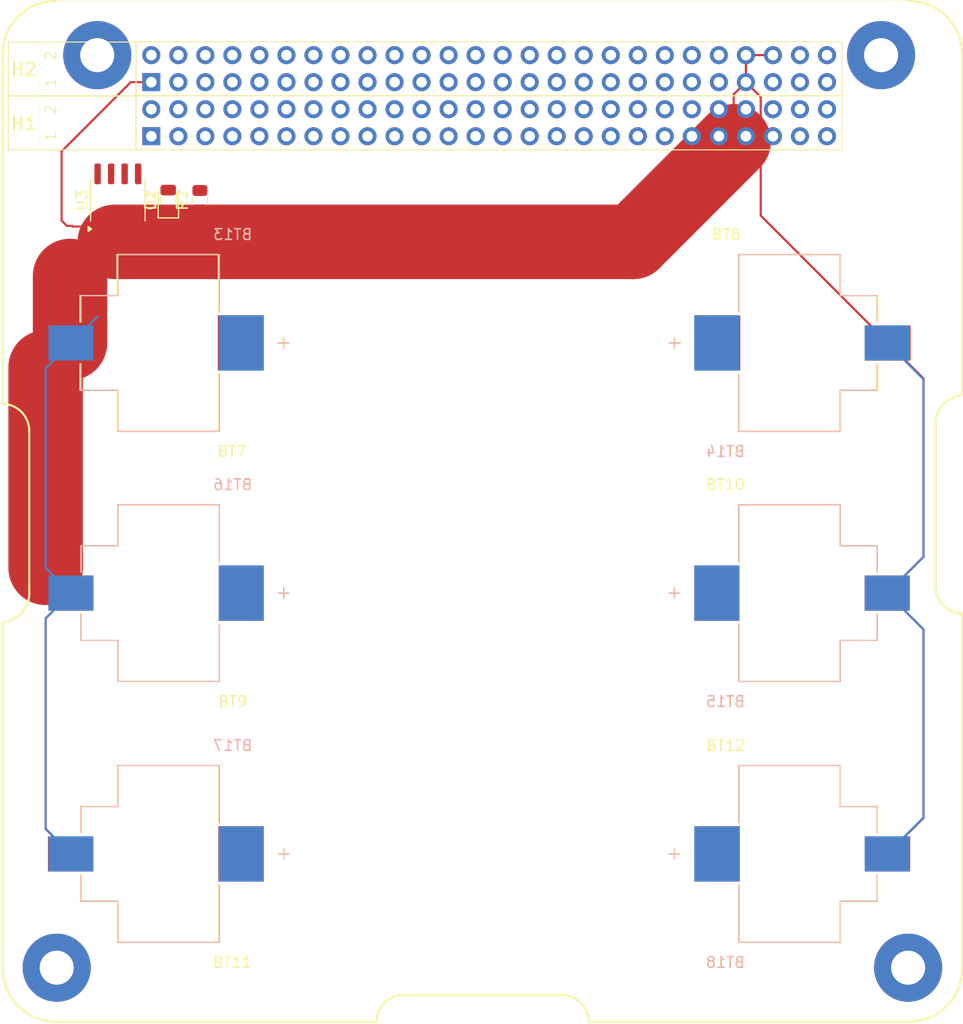
<source format=kicad_pcb>
(kicad_pcb (version 20240108) (generator "pcbnew") (generator_version "8.0")
  (layers (0 "F.Cu" signal) (31 "B.Cu" signal) (34 "B.Paste" user) (35 "F.Paste" user) (36 "B.SilkS" user "B.Silkscreen") (37 "F.SilkS" user "F.Silkscreen") (38 "B.Mask" user) (39 "F.Mask" user) (44 "Edge.Cuts" user))
  (net 0 "")
  (net 62 "/V_BATT")
  (net 86 "Net-(U3-GND)")
  (net 97 "Net-(D1-A)")
  (footprint "Battery 54:BAT_254TR" (layer "F.Cu") (at 239.122625 129.5)
    (property "Reference" "BT12" (at -7.2 -10.19 0) (layer "F.SilkS"))
    (property "Value" "54")
    (fp_line (start -12.5 0) (end -11.5 0) (stroke (width 0.127)) (layer "F.SilkS"))
    (fp_line (start -12 -0.5) (end -12 0.5) (stroke (width 0.127)) (layer "F.SilkS"))
    (fp_line (start -5.94 -8.305) (end 3.59 -8.305) (stroke (width 0.127)) (layer "F.SilkS"))
    (fp_line (start -5.94 -2.92) (end -5.94 -8.305) (stroke (width 0.127)) (layer "F.SilkS"))
    (fp_line (start -5.94 8.305) (end -5.94 2.92) (stroke (width 0.127)) (layer "F.SilkS"))
    (fp_line (start 3.59 -8.305) (end 3.59 -4.445) (stroke (width 0.127)) (layer "F.SilkS"))
    (fp_line (start 3.59 -4.445) (end 7.06 -4.445) (stroke (width 0.127)) (layer "F.SilkS"))
    (fp_line (start 3.59 4.445) (end 3.59 8.305) (stroke (width 0.127)) (layer "F.SilkS"))
    (fp_line (start 3.59 8.305) (end -5.94 8.305) (stroke (width 0.127)) (layer "F.SilkS"))
    (fp_line (start 7.06 -4.445) (end 7.06 -1.97) (stroke (width 0.127)) (layer "F.SilkS"))
    (fp_line (start 7.06 4.445) (end 3.59 4.445) (stroke (width 0.127)) (layer "F.SilkS"))
    (fp_line (start 7.06 4.445) (end 7.06 1.97) (stroke (width 0.127)) (layer "F.SilkS"))
    (pad "P1" smd rect (at -8.005 0) (size 4.24 5.2) (layers "F.Cu" "F.Paste" "F.Mask"))
    (pad "P2" smd rect (at 8.005 0) (size 4.24 3.3) (layers "F.Cu" "F.Paste" "F.Mask") (net 62 "/V_BATT"))
  )
  (footprint "PC104:PC104ConnectorFootprint (1)" (layer "F.Cu") (at 163.96175 145.269563)
    (property "Reference" "U1" (hide yes))
    (property "Value" "~" (hide yes))
    (fp_line (start 0 -58.052086) (end 0 -90.964466) (stroke (width 0.2)) (layer "F.SilkS"))
    (fp_line (start 0 -37.558018) (end 0 -5) (stroke (width 0.2)) (layer "F.SilkS"))
    (fp_line (start 2.5 -40.445) (end 2.5 -55.445) (stroke (width 0.2)) (layer "F.SilkS"))
    (fp_line (start 3.5 -92.04) (end 3.5 -86.99) (stroke (width 0.1) (type dot)) (layer "F.SilkS"))
    (fp_line (start 3.5 -86.96) (end 3.5 -81.91) (stroke (width 0.1) (type dot)) (layer "F.SilkS"))
    (fp_line (start 5 -95.89) (end 85.17 -95.89) (stroke (width 0.05)) (layer "F.SilkS"))
    (fp_line (start 35.147914 0) (end 5 0) (stroke (width 0.2)) (layer "F.SilkS"))
    (fp_line (start 52.585 -2.5) (end 37.585 -2.5) (stroke (width 0.2)) (layer "F.SilkS"))
    (fp_line (start 85.17 0) (end 55.085 0) (stroke (width 0.2)) (layer "F.SilkS"))
    (fp_line (start 87.67 -55.965104) (end 87.67 -40.965104) (stroke (width 0.2)) (layer "F.SilkS"))
    (fp_line (start 90.17 -90.89) (end 90.17 -58.852086) (stroke (width 0.2)) (layer "F.SilkS"))
    (fp_line (start 90.17 -38.358018) (end 90.17 -5) (stroke (width 0.2)) (layer "F.SilkS"))
    (fp_rect (start 0.54 -92.04) (end 12.53 -86.99) (stroke (width 0.1)) (fill none) (layer "F.SilkS"))
    (fp_rect (start 0.54 -86.96) (end 12.53 -81.91) (stroke (width 0.1)) (fill none) (layer "F.SilkS"))
    (fp_rect (start 12.53 -92.07) (end 78.87 -86.99) (stroke (width 0.1)) (fill none) (layer "F.SilkS"))
    (fp_rect (start 12.53 -86.99) (end 78.87 -81.91) (stroke (width 0.1)) (fill none) (layer "F.SilkS"))
    (fp_arc (start 0 -90.964466) (mid 1.479889 -94.462766) (end 5 -95.89) (stroke (width 0.2)) (layer "F.SilkS"))
    (fp_arc (start 0 -58.052086) (mid 1.789945 -57.26631) (end 2.5 -55.445) (stroke (width 0.2)) (layer "F.SilkS"))
    (fp_arc (start 2.5 -40.445) (mid 1.847914 -38.483742) (end 0 -37.558018) (stroke (width 0.2)) (layer "F.SilkS"))
    (fp_arc (start 5 0) (mid 1.464466 -1.464466) (end 0 -5) (stroke (width 0.2)) (layer "F.SilkS"))
    (fp_arc (start 35.147914 0) (mid 35.848689 -1.75474) (end 37.585 -2.5) (stroke (width 0.2)) (layer "F.SilkS"))
    (fp_arc (start 52.585 -2.5) (mid 54.352767 -1.767767) (end 55.085 0) (stroke (width 0.2)) (layer "F.SilkS"))
    (fp_arc (start 85.17 -95.89) (mid 88.705534 -94.425534) (end 90.17 -90.89) (stroke (width 0.2)) (layer "F.SilkS"))
    (fp_arc (start 87.67 -55.965104) (mid 88.322084 -57.926368) (end 90.17 -58.852086) (stroke (width 0.2)) (layer "F.SilkS"))
    (fp_arc (start 90.17 -38.358018) (mid 88.379902 -39.143666) (end 87.67 -40.965104) (stroke (width 0.2)) (layer "F.SilkS"))
    (fp_arc (start 90.17 -5) (mid 88.705534 -1.464466) (end 85.17 0) (stroke (width 0.2)) (layer "F.SilkS"))
    (fp_text user "2" (at 5.1 -90.22 90) (layer "F.SilkS") (effects (font (thickness 0.1)) (justify left bottom)))
    (fp_text user "2" (at 5.1 -85.14 90) (layer "F.SilkS") (effects (font (thickness 0.1)) (justify left bottom)))
    (fp_text user "H1" (at 0.65 -83.688 0) (layer "F.SilkS") (effects (font (size 1.2 1.2) (thickness 0.2) (bold yes)) (justify left bottom)))
    (fp_text user "1" (at 5.1 -82.62 90) (layer "F.SilkS") (effects (font (thickness 0.1)) (justify left bottom)))
    (fp_text user "1" (at 5.1 -87.7 90) (layer "F.SilkS") (effects (font (thickness 0.1)) (justify left bottom)))
    (fp_text user "H2" (at 0.65 -88.768 0) (layer "F.SilkS") (effects (font (size 1.2 1.2) (thickness 0.2) (bold yes)) (justify left bottom)))
    (pad "" thru_hole circle (at 5.08 -5.08 90) (size 6.4 6.4) (drill 3.2) (layers "*.Cu" "*.Mask"))
    (pad "" thru_hole circle (at 8.89 -90.81) (size 6.4 6.4) (drill 3.2) (layers "*.Cu" "*.Mask"))
    (pad "" thru_hole circle (at 82.55 -90.81) (size 6.4 6.4) (drill 3.2) (layers "*.Cu" "*.Mask"))
    (pad "" thru_hole circle (at 85.09 -5.08) (size 6.4 6.4) (drill 3.2) (layers "*.Cu" "*.Mask"))
    (pad "1" thru_hole rect (at 13.97 -83.19 90) (size 1.7 1.7) (drill 1) (layers "*.Cu" "*.Mask"))
    (pad "2" thru_hole oval (at 13.97 -85.73 90) (size 1.7 1.7) (drill 1) (layers "*.Cu" "*.Mask"))
    (pad "3" thru_hole oval (at 16.51 -83.19 90) (size 1.7 1.7) (drill 1) (layers "*.Cu" "*.Mask"))
    (pad "4" thru_hole oval (at 16.51 -85.73 90) (size 1.7 1.7) (drill 1) (layers "*.Cu" "*.Mask"))
    (pad "5" thru_hole oval (at 19.05 -83.19 90) (size 1.7 1.7) (drill 1) (layers "*.Cu" "*.Mask"))
    (pad "6" thru_hole oval (at 19.05 -85.73 90) (size 1.7 1.7) (drill 1) (layers "*.Cu" "*.Mask"))
    (pad "7" thru_hole oval (at 21.59 -83.19 90) (size 1.7 1.7) (drill 1) (layers "*.Cu" "*.Mask"))
    (pad "8" thru_hole oval (at 21.59 -85.73 90) (size 1.7 1.7) (drill 1) (layers "*.Cu" "*.Mask"))
    (pad "9" thru_hole oval (at 24.13 -83.19 90) (size 1.7 1.7) (drill 1) (layers "*.Cu" "*.Mask"))
    (pad "10" thru_hole oval (at 24.13 -85.73 90) (size 1.7 1.7) (drill 1) (layers "*.Cu" "*.Mask"))
    (pad "11" thru_hole oval (at 26.67 -83.19 90) (size 1.7 1.7) (drill 1) (layers "*.Cu" "*.Mask"))
    (pad "12" thru_hole oval (at 26.67 -85.73 90) (size 1.7 1.7) (drill 1) (layers "*.Cu" "*.Mask"))
    (pad "13" thru_hole oval (at 29.21 -83.19 90) (size 1.7 1.7) (drill 1) (layers "*.Cu" "*.Mask"))
    (pad "14" thru_hole oval (at 29.21 -85.73 90) (size 1.7 1.7) (drill 1) (layers "*.Cu" "*.Mask"))
    (pad "15" thru_hole oval (at 31.75 -83.19 90) (size 1.7 1.7) (drill 1) (layers "*.Cu" "*.Mask"))
    (pad "16" thru_hole oval (at 31.75 -85.73 90) (size 1.7 1.7) (drill 1) (layers "*.Cu" "*.Mask"))
    (pad "17" thru_hole oval (at 34.29 -83.19 90) (size 1.7 1.7) (drill 1) (layers "*.Cu" "*.Mask"))
    (pad "18" thru_hole oval (at 34.29 -85.73 90) (size 1.7 1.7) (drill 1) (layers "*.Cu" "*.Mask"))
    (pad "19" thru_hole oval (at 36.83 -83.19 90) (size 1.7 1.7) (drill 1) (layers "*.Cu" "*.Mask"))
    (pad "20" thru_hole oval (at 36.83 -85.73 90) (size 1.7 1.7) (drill 1) (layers "*.Cu" "*.Mask"))
    (pad "21" thru_hole oval (at 39.37 -83.19 90) (size 1.7 1.7) (drill 1) (layers "*.Cu" "*.Mask"))
    (pad "22" thru_hole oval (at 39.37 -85.73 90) (size 1.7 1.7) (drill 1) (layers "*.Cu" "*.Mask"))
    (pad "23" thru_hole oval (at 41.91 -83.19 90) (size 1.7 1.7) (drill 1) (layers "*.Cu" "*.Mask"))
    (pad "24" thru_hole oval (at 41.91 -85.73 90) (size 1.7 1.7) (drill 1) (layers "*.Cu" "*.Mask"))
    (pad "25" thru_hole oval (at 44.45 -83.19 90) (size 1.7 1.7) (drill 1) (layers "*.Cu" "*.Mask"))
    (pad "26" thru_hole oval (at 44.45 -85.73 90) (size 1.7 1.7) (drill 1) (layers "*.Cu" "*.Mask"))
    (pad "27" thru_hole oval (at 46.99 -83.19 90) (size 1.7 1.7) (drill 1) (layers "*.Cu" "*.Mask"))
    (pad "28" thru_hole oval (at 46.99 -85.73 90) (size 1.7 1.7) (drill 1) (layers "*.Cu" "*.Mask"))
    (pad "29" thru_hole oval (at 49.53 -83.19 90) (size 1.7 1.7) (drill 1) (layers "*.Cu" "*.Mask"))
    (pad "30" thru_hole oval (at 49.53 -85.73 90) (size 1.7 1.7) (drill 1) (layers "*.Cu" "*.Mask"))
    (pad "31" thru_hole oval (at 52.07 -83.19 90) (size 1.7 1.7) (drill 1) (layers "*.Cu" "*.Mask"))
    (pad "32" thru_hole oval (at 52.07 -85.73 90) (size 1.7 1.7) (drill 1) (layers "*.Cu" "*.Mask"))
    (pad "33" thru_hole oval (at 54.61 -83.19 90) (size 1.7 1.7) (drill 1) (layers "*.Cu" "*.Mask"))
    (pad "34" thru_hole oval (at 54.61 -85.73 90) (size 1.7 1.7) (drill 1) (layers "*.Cu" "*.Mask"))
    (pad "35" thru_hole oval (at 57.15 -83.19 90) (size 1.7 1.7) (drill 1) (layers "*.Cu" "*.Mask"))
    (pad "36" thru_hole oval (at 57.15 -85.73 90) (size 1.7 1.7) (drill 1) (layers "*.Cu" "*.Mask"))
    (pad "37" thru_hole oval (at 59.69 -83.19 90) (size 1.7 1.7) (drill 1) (layers "*.Cu" "*.Mask"))
    (pad "38" thru_hole oval (at 59.69 -85.73 90) (size 1.7 1.7) (drill 1) (layers "*.Cu" "*.Mask"))
    (pad "39" thru_hole oval (at 62.23 -83.19 90) (size 1.7 1.7) (drill 1) (layers "*.Cu" "*.Mask"))
    (pad "40" thru_hole oval (at 62.23 -85.73 90) (size 1.7 1.7) (drill 1) (layers "*.Cu" "*.Mask"))
    (pad "41" thru_hole oval (at 64.77 -83.19 90) (size 1.7 1.7) (drill 1) (layers "*.Cu" "*.Mask") (net 62 "/V_BATT"))
    (pad "42" thru_hole oval (at 64.77 -85.73 90) (size 1.7 1.7) (drill 1) (layers "*.Cu" "*.Mask"))
    (pad "43" thru_hole oval (at 67.31 -83.19 90) (size 1.7 1.7) (drill 1) (layers "*.Cu" "*.Mask") (net 62 "/V_BATT"))
    (pad "44" thru_hole oval (at 67.31 -85.73 90) (size 1.7 1.7) (drill 1) (layers "*.Cu" "*.Mask") (net 62 "/V_BATT"))
    (pad "45" thru_hole oval (at 69.85 -83.19 90) (size 1.7 1.7) (drill 1) (layers "*.Cu" "*.Mask") (net 62 "/V_BATT"))
    (pad "46" thru_hole oval (at 69.85 -85.73 90) (size 1.7 1.7) (drill 1) (layers "*.Cu" "*.Mask") (net 62 "/V_BATT"))
    (pad "47" thru_hole oval (at 72.39 -83.19 90) (size 1.7 1.7) (drill 1) (layers "*.Cu" "*.Mask") (net 62 "/V_BATT"))
    (pad "48" thru_hole oval (at 72.39 -85.73 90) (size 1.7 1.7) (drill 1) (layers "*.Cu" "*.Mask"))
    (pad "49" thru_hole oval (at 74.93 -83.19 90) (size 1.7 1.7) (drill 1) (layers "*.Cu" "*.Mask"))
    (pad "50" thru_hole oval (at 74.93 -85.73 90) (size 1.7 1.7) (drill 1) (layers "*.Cu" "*.Mask"))
    (pad "51" thru_hole oval (at 77.47 -83.19 90) (size 1.7 1.7) (drill 1) (layers "*.Cu" "*.Mask"))
    (pad "52" thru_hole oval (at 77.47 -85.73 90) (size 1.7 1.7) (drill 1) (layers "*.Cu" "*.Mask"))
    (pad "53" thru_hole rect (at 13.97 -88.27 90) (size 1.7 1.7) (drill 1) (layers "*.Cu" "*.Mask") (net 62 "/V_BATT"))
    (pad "54" thru_hole oval (at 13.97 -90.81 90) (size 1.7 1.7) (drill 1) (layers "*.Cu" "*.Mask"))
    (pad "55" thru_hole oval (at 16.51 -88.27 90) (size 1.7 1.7) (drill 1) (layers "*.Cu" "*.Mask"))
    (pad "56" thru_hole oval (at 16.51 -90.81 90) (size 1.7 1.7) (drill 1) (layers "*.Cu" "*.Mask"))
    (pad "57" thru_hole oval (at 19.05 -88.27 90) (size 1.7 1.7) (drill 1) (layers "*.Cu" "*.Mask"))
    (pad "58" thru_hole oval (at 19.05 -90.81 90) (size 1.7 1.7) (drill 1) (layers "*.Cu" "*.Mask"))
    (pad "59" thru_hole oval (at 21.59 -88.27 90) (size 1.7 1.7) (drill 1) (layers "*.Cu" "*.Mask"))
    (pad "60" thru_hole oval (at 21.59 -90.81 90) (size 1.7 1.7) (drill 1) (layers "*.Cu" "*.Mask"))
    (pad "61" thru_hole oval (at 24.13 -88.27 90) (size 1.7 1.7) (drill 1) (layers "*.Cu" "*.Mask"))
    (pad "62" thru_hole oval (at 24.13 -90.81 90) (size 1.7 1.7) (drill 1) (layers "*.Cu" "*.Mask"))
    (pad "63" thru_hole oval (at 26.67 -88.27 90) (size 1.7 1.7) (drill 1) (layers "*.Cu" "*.Mask"))
    (pad "64" thru_hole oval (at 26.67 -90.81 90) (size 1.7 1.7) (drill 1) (layers "*.Cu" "*.Mask"))
    (pad "65" thru_hole oval (at 29.21 -88.27 90) (size 1.7 1.7) (drill 1) (layers "*.Cu" "*.Mask"))
    (pad "66" thru_hole oval (at 29.21 -90.81 90) (size 1.7 1.7) (drill 1) (layers "*.Cu" "*.Mask"))
    (pad "67" thru_hole oval (at 31.75 -88.27 90) (size 1.7 1.7) (drill 1) (layers "*.Cu" "*.Mask"))
    (pad "68" thru_hole oval (at 31.75 -90.81 90) (size 1.7 1.7) (drill 1) (layers "*.Cu" "*.Mask"))
    (pad "69" thru_hole oval (at 34.29 -88.27 90) (size 1.7 1.7) (drill 1) (layers "*.Cu" "*.Mask"))
    (pad "70" thru_hole oval (at 34.29 -90.81 90) (size 1.7 1.7) (drill 1) (layers "*.Cu" "*.Mask"))
    (pad "71" thru_hole oval (at 36.83 -88.27 90) (size 1.7 1.7) (drill 1) (layers "*.Cu" "*.Mask"))
    (pad "72" thru_hole oval (at 36.83 -90.81 90) (size 1.7 1.7) (drill 1) (layers "*.Cu" "*.Mask"))
    (pad "73" thru_hole oval (at 39.37 -88.27 90) (size 1.7 1.7) (drill 1) (layers "*.Cu" "*.Mask"))
    (pad "74" thru_hole oval (at 39.37 -90.81 90) (size 1.7 1.7) (drill 1) (layers "*.Cu" "*.Mask"))
    (pad "75" thru_hole oval (at 41.91 -88.27 90) (size 1.7 1.7) (drill 1) (layers "*.Cu" "*.Mask"))
    (pad "76" thru_hole oval (at 41.91 -90.81 90) (size 1.7 1.7) (drill 1) (layers "*.Cu" "*.Mask"))
    (pad "77" thru_hole oval (at 44.45 -88.27 90) (size 1.7 1.7) (drill 1) (layers "*.Cu" "*.Mask"))
    (pad "78" thru_hole oval (at 44.45 -90.81 90) (size 1.7 1.7) (drill 1) (layers "*.Cu" "*.Mask"))
    (pad "79" thru_hole oval (at 46.99 -88.27 90) (size 1.7 1.7) (drill 1) (layers "*.Cu" "*.Mask"))
    (pad "80" thru_hole oval (at 46.99 -90.81 90) (size 1.7 1.7) (drill 1) (layers "*.Cu" "*.Mask"))
    (pad "81" thru_hole oval (at 49.53 -88.27 90) (size 1.7 1.7) (drill 1) (layers "*.Cu" "*.Mask"))
    (pad "82" thru_hole oval (at 49.53 -90.81 90) (size 1.7 1.7) (drill 1) (layers "*.Cu" "*.Mask"))
    (pad "83" thru_hole oval (at 52.07 -88.27 90) (size 1.7 1.7) (drill 1) (layers "*.Cu" "*.Mask"))
    (pad "84" thru_hole oval (at 52.07 -90.81 90) (size 1.7 1.7) (drill 1) (layers "*.Cu" "*.Mask"))
    (pad "85" thru_hole oval (at 54.61 -88.27 90) (size 1.7 1.7) (drill 1) (layers "*.Cu" "*.Mask"))
    (pad "86" thru_hole oval (at 54.61 -90.81 90) (size 1.7 1.7) (drill 1) (layers "*.Cu" "*.Mask"))
    (pad "87" thru_hole oval (at 57.15 -88.27 90) (size 1.7 1.7) (drill 1) (layers "*.Cu" "*.Mask"))
    (pad "88" thru_hole oval (at 57.15 -90.81 90) (size 1.7 1.7) (drill 1) (layers "*.Cu" "*.Mask"))
    (pad "89" thru_hole oval (at 59.69 -88.27 90) (size 1.7 1.7) (drill 1) (layers "*.Cu" "*.Mask"))
    (pad "90" thru_hole oval (at 59.69 -90.81 90) (size 1.7 1.7) (drill 1) (layers "*.Cu" "*.Mask"))
    (pad "91" thru_hole oval (at 62.23 -88.27 90) (size 1.7 1.7) (drill 1) (layers "*.Cu" "*.Mask"))
    (pad "92" thru_hole oval (at 62.23 -90.81 90) (size 1.7 1.7) (drill 1) (layers "*.Cu" "*.Mask"))
    (pad "93" thru_hole oval (at 64.77 -88.27 90) (size 1.7 1.7) (drill 1) (layers "*.Cu" "*.Mask"))
    (pad "94" thru_hole oval (at 64.77 -90.81 90) (size 1.7 1.7) (drill 1) (layers "*.Cu" "*.Mask"))
    (pad "95" thru_hole oval (at 67.31 -88.27 90) (size 1.7 1.7) (drill 1) (layers "*.Cu" "*.Mask"))
    (pad "96" thru_hole oval (at 67.31 -90.81 90) (size 1.7 1.7) (drill 1) (layers "*.Cu" "*.Mask"))
    (pad "97" thru_hole oval (at 69.85 -88.27 90) (size 1.7 1.7) (drill 1) (layers "*.Cu" "*.Mask") (net 62 "/V_BATT"))
    (pad "98" thru_hole oval (at 69.85 -90.81 90) (size 1.7 1.7) (drill 1) (layers "*.Cu" "*.Mask") (net 62 "/V_BATT"))
    (pad "99" thru_hole oval (at 72.39 -88.27 90) (size 1.7 1.7) (drill 1) (layers "*.Cu" "*.Mask"))
    (pad "100" thru_hole oval (at 72.39 -90.81 90) (size 1.7 1.7) (drill 1) (layers "*.Cu" "*.Mask") (net 62 "/V_BATT"))
    (pad "101" thru_hole oval (at 74.93 -88.27 90) (size 1.7 1.7) (drill 1) (layers "*.Cu" "*.Mask"))
    (pad "102" thru_hole oval (at 74.93 -90.81 90) (size 1.7 1.7) (drill 1) (layers "*.Cu" "*.Mask"))
    (pad "103" thru_hole oval (at 77.47 -88.27 90) (size 1.7 1.7) (drill 1) (layers "*.Cu" "*.Mask"))
    (pad "104" thru_hole oval (at 77.47 -90.81 90) (size 1.7 1.7) (drill 1) (layers "*.Cu" "*.Mask"))
  )
  (footprint "LED_SMD:LED_0805_2012Metric" (layer "F.Cu") (at 179.535 68.0675 90)
    (property "Reference" "D1" (at 0 -1.65 90) (layer "F.SilkS"))
    (property "Value" "TEMP_PWR")
    (fp_line (start 1 -0.96) (end -1.685 -0.96) (stroke (width 0.12)) (layer "F.SilkS"))
    (fp_line (start -1.685 -0.96) (end -1.685 0.96) (stroke (width 0.12)) (layer "F.SilkS"))
    (fp_line (start -1.685 0.96) (end 1 0.96) (stroke (width 0.12)) (layer "F.SilkS"))
    (pad "1" smd roundrect (at -0.9375 0 90) (size 0.975 1.4) (layers "F.Cu" "F.Paste" "F.Mask") (net 62 "/V_BATT"))
    (pad "2" smd roundrect (at 0.9375 0 90) (size 0.975 1.4) (layers "F.Cu" "F.Paste" "F.Mask") (net 97 "Net-(D1-A)"))
  )
  (footprint "Resistor_SMD:R_0805_2012Metric" (layer "F.Cu") (at 182.5 68.0875 90)
    (property "Reference" "R2" (at 0 -1.65 90) (layer "F.SilkS"))
    (property "Value" "15")
    (fp_line (start -0.227064 -0.735) (end 0.227064 -0.735) (stroke (width 0.12)) (layer "F.SilkS"))
    (fp_line (start -0.227064 0.735) (end 0.227064 0.735) (stroke (width 0.12)) (layer "F.SilkS"))
    (pad "1" smd roundrect (at -0.9125 0 90) (size 1.025 1.4) (layers "F.Cu" "F.Paste" "F.Mask") (roundrect_rratio 0.243902) (net 62 "/V_BATT"))
    (pad "2" smd roundrect (at 0.9125 0 90) (size 1.025 1.4) (layers "F.Cu" "F.Paste" "F.Mask") (roundrect_rratio 0.243902) (net 86 "Net-(U3-GND)"))
  )
  (footprint "Battery 54:BAT_254TR" (layer "F.Cu") (at 178.38175 105 180)
    (property "Reference" "BT9" (at -7.2 -10.19 0) (layer "F.SilkS"))
    (property "Value" "54")
    (fp_line (start 7.06 4.445) (end 7.06 1.97) (stroke (width 0.127)) (layer "F.SilkS"))
    (fp_line (start 7.06 4.445) (end 3.59 4.445) (stroke (width 0.127)) (layer "F.SilkS"))
    (fp_line (start 7.06 -4.445) (end 7.06 -1.97) (stroke (width 0.127)) (layer "F.SilkS"))
    (fp_line (start 3.59 8.305) (end -5.94 8.305) (stroke (width 0.127)) (layer "F.SilkS"))
    (fp_line (start 3.59 4.445) (end 3.59 8.305) (stroke (width 0.127)) (layer "F.SilkS"))
    (fp_line (start 3.59 -4.445) (end 7.06 -4.445) (stroke (width 0.127)) (layer "F.SilkS"))
    (fp_line (start 3.59 -8.305) (end 3.59 -4.445) (stroke (width 0.127)) (layer "F.SilkS"))
    (fp_line (start -5.94 8.305) (end -5.94 2.92) (stroke (width 0.127)) (layer "F.SilkS"))
    (fp_line (start -5.94 -2.92) (end -5.94 -8.305) (stroke (width 0.127)) (layer "F.SilkS"))
    (fp_line (start -5.94 -8.305) (end 3.59 -8.305) (stroke (width 0.127)) (layer "F.SilkS"))
    (fp_line (start -12 -0.5) (end -12 0.5) (stroke (width 0.127)) (layer "F.SilkS"))
    (fp_line (start -12.5 0) (end -11.5 0) (stroke (width 0.127)) (layer "F.SilkS"))
    (pad "P1" smd rect (at -8.005 0 180) (size 4.24 5.2) (layers "F.Cu" "F.Paste" "F.Mask"))
    (pad "P2" smd rect (at 8.005 0 180) (size 4.24 3.3) (layers "F.Cu" "F.Paste" "F.Mask") (net 62 "/V_BATT"))
  )
  (footprint "Package_SO:SOIC-8_3.9x4.9mm_P1.27mm" (layer "F.Cu") (at 174.79 68.0875 90)
    (property "Reference" "U3" (at 0 -3.4 90) (layer "F.SilkS"))
    (property "Value" "TMP36xS")
    (fp_line (start 0 -2.56) (end 1.95 -2.56) (stroke (width 0.12)) (layer "F.SilkS"))
    (fp_line (start 0 -2.56) (end -1.95 -2.56) (stroke (width 0.12)) (layer "F.SilkS"))
    (fp_line (start 0 2.56) (end 1.95 2.56) (stroke (width 0.12)) (layer "F.SilkS"))
    (fp_line (start 0 2.56) (end -1.95 2.56) (stroke (width 0.12)) (layer "F.SilkS"))
    (fp_poly (pts (xy -2.7 -2.465) (xy -2.94 -2.795) (xy -2.46 -2.795) (xy -2.7 -2.465)) (stroke (width 0.12)) (fill solid) (layer "F.SilkS"))
    (pad "1" smd roundrect (at -2.475 -1.905 90) (size 1.95 0.6) (layers "F.Cu" "F.Paste" "F.Mask") (net 62 "/V_BATT"))
    (pad "2" smd roundrect (at -2.475 -0.635 90) (size 1.95 0.6) (layers "F.Cu" "F.Paste" "F.Mask") (net 62 "/V_BATT"))
    (pad "3" smd roundrect (at -2.475 0.635 90) (size 1.95 0.6) (layers "F.Cu" "F.Paste" "F.Mask") (net 62 "/V_BATT"))
    (pad "4" smd roundrect (at -2.475 1.905 90) (size 1.95 0.6) (layers "F.Cu" "F.Paste" "F.Mask") (net 62 "/V_BATT"))
    (pad "5" smd roundrect (at 2.475 1.905 90) (size 1.95 0.6) (layers "F.Cu" "F.Paste" "F.Mask") (net 97 "Net-(D1-A)"))
    (pad "6" smd roundrect (at 2.475 0.635 90) (size 1.95 0.6) (layers "F.Cu" "F.Paste" "F.Mask"))
    (pad "7" smd roundrect (at 2.475 -0.635 90) (size 1.95 0.6) (layers "F.Cu" "F.Paste" "F.Mask"))
    (pad "8" smd roundrect (at 2.475 -1.905 90) (size 1.95 0.6) (layers "F.Cu" "F.Paste" "F.Mask") (net 97 "Net-(D1-A)"))
  )
  (footprint "Battery 54:BAT_254TR" (layer "F.Cu") (at 239.08175 105)
    (property "Reference" "BT10" (at -7.2 -10.19 0) (layer "F.SilkS"))
    (property "Value" "54")
    (fp_line (start -12.5 0) (end -11.5 0) (stroke (width 0.127)) (layer "F.SilkS"))
    (fp_line (start -12 -0.5) (end -12 0.5) (stroke (width 0.127)) (layer "F.SilkS"))
    (fp_line (start -5.94 -8.305) (end 3.59 -8.305) (stroke (width 0.127)) (layer "F.SilkS"))
    (fp_line (start -5.94 -2.92) (end -5.94 -8.305) (stroke (width 0.127)) (layer "F.SilkS"))
    (fp_line (start -5.94 8.305) (end -5.94 2.92) (stroke (width 0.127)) (layer "F.SilkS"))
    (fp_line (start 3.59 -8.305) (end 3.59 -4.445) (stroke (width 0.127)) (layer "F.SilkS"))
    (fp_line (start 3.59 -4.445) (end 7.06 -4.445) (stroke (width 0.127)) (layer "F.SilkS"))
    (fp_line (start 3.59 4.445) (end 3.59 8.305) (stroke (width 0.127)) (layer "F.SilkS"))
    (fp_line (start 3.59 8.305) (end -5.94 8.305) (stroke (width 0.127)) (layer "F.SilkS"))
    (fp_line (start 7.06 -4.445) (end 7.06 -1.97) (stroke (width 0.127)) (layer "F.SilkS"))
    (fp_line (start 7.06 4.445) (end 3.59 4.445) (stroke (width 0.127)) (layer "F.SilkS"))
    (fp_line (start 7.06 4.445) (end 7.06 1.97) (stroke (width 0.127)) (layer "F.SilkS"))
    (pad "P1" smd rect (at -8.005 0) (size 4.24 5.2) (layers "F.Cu" "F.Paste" "F.Mask"))
    (pad "P2" smd rect (at 8.005 0) (size 4.24 3.3) (layers "F.Cu" "F.Paste" "F.Mask") (net 62 "/V_BATT"))
  )
  (footprint "Capacitor_SMD:C_0805_2012Metric" (layer "F.Cu") (at 179.52 68.0875 90)
    (property "Reference" "C2" (at 0 -1.68 90) (layer "F.SilkS"))
    (property "Value" "0.1µF")
    (fp_line (start -0.261252 -0.735) (end 0.261252 -0.735) (stroke (width 0.12)) (layer "F.SilkS"))
    (fp_line (start -0.261252 0.735) (end 0.261252 0.735) (stroke (width 0.12)) (layer "F.SilkS"))
    (pad "1" smd roundrect (at -0.95 0 90) (size 1 1.45) (layers "F.Cu" "F.Paste" "F.Mask") (net 62 "/V_BATT"))
    (pad "2" smd roundrect (at 0.95 0 90) (size 1 1.45) (layers "F.Cu" "F.Paste" "F.Mask") (net 86 "Net-(U3-GND)"))
  )
  (footprint "Battery 54:BAT_254TR" (layer "F.Cu") (at 178.3 81.5 180)
    (property "Reference" "BT7" (at -7.2 -10.19 180) (layer "F.SilkS"))
    (property "Value" "54")
    (fp_line (start 7.06 4.445) (end 7.06 1.97) (stroke (width 0.127)) (layer "F.SilkS"))
    (fp_line (start 7.06 4.445) (end 3.59 4.445) (stroke (width 0.127)) (layer "F.SilkS"))
    (fp_line (start 7.06 -4.445) (end 7.06 -1.97) (stroke (width 0.127)) (layer "F.SilkS"))
    (fp_line (start 3.59 8.305) (end -5.94 8.305) (stroke (width 0.127)) (layer "F.SilkS"))
    (fp_line (start 3.59 4.445) (end 3.59 8.305) (stroke (width 0.127)) (layer "F.SilkS"))
    (fp_line (start 3.59 -4.445) (end 7.06 -4.445) (stroke (width 0.127)) (layer "F.SilkS"))
    (fp_line (start 3.59 -8.305) (end 3.59 -4.445) (stroke (width 0.127)) (layer "F.SilkS"))
    (fp_line (start -5.94 8.305) (end -5.94 2.92) (stroke (width 0.127)) (layer "F.SilkS"))
    (fp_line (start -5.94 -2.92) (end -5.94 -8.305) (stroke (width 0.127)) (layer "F.SilkS"))
    (fp_line (start -5.94 -8.305) (end 3.59 -8.305) (stroke (width 0.127)) (layer "F.SilkS"))
    (fp_line (start -12 -0.5) (end -12 0.5) (stroke (width 0.127)) (layer "F.SilkS"))
    (fp_line (start -12.5 0) (end -11.5 0) (stroke (width 0.127)) (layer "F.SilkS"))
    (pad "P1" smd rect (at -8.005 0 180) (size 4.24 5.2) (layers "F.Cu" "F.Paste" "F.Mask"))
    (pad "P2" smd rect (at 8.005 0 180) (size 4.24 3.3) (layers "F.Cu" "F.Paste" "F.Mask") (net 62 "/V_BATT"))
  )
  (footprint "Battery 54:BAT_254TR" (layer "F.Cu") (at 178.340875 129.5 180)
    (property "Reference" "BT11" (at -7.2 -10.19 0) (layer "F.SilkS"))
    (property "Value" "54")
    (fp_line (start 7.06 4.445) (end 7.06 1.97) (stroke (width 0.127)) (layer "F.SilkS"))
    (fp_line (start 7.06 4.445) (end 3.59 4.445) (stroke (width 0.127)) (layer "F.SilkS"))
    (fp_line (start 7.06 -4.445) (end 7.06 -1.97) (stroke (width 0.127)) (layer "F.SilkS"))
    (fp_line (start 3.59 8.305) (end -5.94 8.305) (stroke (width 0.127)) (layer "F.SilkS"))
    (fp_line (start 3.59 4.445) (end 3.59 8.305) (stroke (width 0.127)) (layer "F.SilkS"))
    (fp_line (start 3.59 -4.445) (end 7.06 -4.445) (stroke (width 0.127)) (layer "F.SilkS"))
    (fp_line (start 3.59 -8.305) (end 3.59 -4.445) (stroke (width 0.127)) (layer "F.SilkS"))
    (fp_line (start -5.94 8.305) (end -5.94 2.92) (stroke (width 0.127)) (layer "F.SilkS"))
    (fp_line (start -5.94 -2.92) (end -5.94 -8.305) (stroke (width 0.127)) (layer "F.SilkS"))
    (fp_line (start -5.94 -8.305) (end 3.59 -8.305) (stroke (width 0.127)) (layer "F.SilkS"))
    (fp_line (start -12 -0.5) (end -12 0.5) (stroke (width 0.127)) (layer "F.SilkS"))
    (fp_line (start -12.5 0) (end -11.5 0) (stroke (width 0.127)) (layer "F.SilkS"))
    (pad "P1" smd rect (at -8.005 0 180) (size 4.24 5.2) (layers "F.Cu" "F.Paste" "F.Mask"))
    (pad "P2" smd rect (at 8.005 0 180) (size 4.24 3.3) (layers "F.Cu" "F.Paste" "F.Mask") (net 62 "/V_BATT"))
  )
  (footprint "Battery 54:BAT_254TR" (layer "F.Cu") (at 239.1635 81.5)
    (property "Reference" "BT8" (at -7.2 -10.19 0) (layer "F.SilkS"))
    (property "Value" "54")
    (fp_line (start -12.5 0) (end -11.5 0) (stroke (width 0.127)) (layer "F.SilkS"))
    (fp_line (start -12 -0.5) (end -12 0.5) (stroke (width 0.127)) (layer "F.SilkS"))
    (fp_line (start -5.94 -8.305) (end 3.59 -8.305) (stroke (width 0.127)) (layer "F.SilkS"))
    (fp_line (start -5.94 -2.92) (end -5.94 -8.305) (stroke (width 0.127)) (layer "F.SilkS"))
    (fp_line (start -5.94 8.305) (end -5.94 2.92) (stroke (width 0.127)) (layer "F.SilkS"))
    (fp_line (start 3.59 -8.305) (end 3.59 -4.445) (stroke (width 0.127)) (layer "F.SilkS"))
    (fp_line (start 3.59 -4.445) (end 7.06 -4.445) (stroke (width 0.127)) (layer "F.SilkS"))
    (fp_line (start 3.59 4.445) (end 3.59 8.305) (stroke (width 0.127)) (layer "F.SilkS"))
    (fp_line (start 3.59 8.305) (end -5.94 8.305) (stroke (width 0.127)) (layer "F.SilkS"))
    (fp_line (start 7.06 -4.445) (end 7.06 -1.97) (stroke (width 0.127)) (layer "F.SilkS"))
    (fp_line (start 7.06 4.445) (end 3.59 4.445) (stroke (width 0.127)) (layer "F.SilkS"))
    (fp_line (start 7.06 4.445) (end 7.06 1.97) (stroke (width 0.127)) (layer "F.SilkS"))
    (pad "P1" smd rect (at -8.005 0) (size 4.24 5.2) (layers "F.Cu" "F.Paste" "F.Mask"))
    (pad "P2" smd rect (at 8.005 0) (size 4.24 3.3) (layers "F.Cu" "F.Paste" "F.Mask") (net 62 "/V_BATT"))
  )
  (footprint "Battery 54:BAT_254TR" (layer "B.Cu") (at 239.07925 81.5)
    (property "Reference" "BT14" (at -7.2 10.19 0) (layer "B.SilkS") (effects (justify mirror)))
    (property "Value" "54")
    (fp_line (start -12 -0.5) (end -12 0.5) (stroke (width 0.127)) (layer "B.SilkS"))
    (fp_line (start -11.5 0) (end -12.5 0) (stroke (width 0.127)) (layer "B.SilkS"))
    (fp_line (start -5.94 -8.305) (end 3.59 -8.305) (stroke (width 0.127)) (layer "B.SilkS"))
    (fp_line (start -5.94 -2.92) (end -5.94 -8.305) (stroke (width 0.127)) (layer "B.SilkS"))
    (fp_line (start -5.94 8.305) (end -5.94 2.92) (stroke (width 0.127)) (layer "B.SilkS"))
    (fp_line (start 3.59 -8.305) (end 3.59 -4.445) (stroke (width 0.127)) (layer "B.SilkS"))
    (fp_line (start 3.59 -4.445) (end 7.06 -4.445) (stroke (width 0.127)) (layer "B.SilkS"))
    (fp_line (start 3.59 4.445) (end 3.59 8.305) (stroke (width 0.127)) (layer "B.SilkS"))
    (fp_line (start 3.59 8.305) (end -5.94 8.305) (stroke (width 0.127)) (layer "B.SilkS"))
    (fp_line (start 7.06 -1.97) (end 7.06 -4.445) (stroke (width 0.127)) (layer "B.SilkS"))
    (fp_line (start 7.06 1.97) (end 7.06 4.445) (stroke (width 0.127)) (layer "B.SilkS"))
    (fp_line (start 7.06 4.445) (end 3.59 4.445) (stroke (width 0.127)) (layer "B.SilkS"))
    (pad "P1" smd rect (at -8.005 0) (size 4.24 5.2) (layers "B.Cu" "B.Paste" "B.Mask"))
    (pad "P2" smd rect (at 8.005 0) (size 4.24 3.3) (layers "B.Cu" "B.Paste" "B.Mask"))
  )
  (footprint "Battery 54:BAT_254TR" (layer "B.Cu") (at 239.08425 105)
    (property "Reference" "BT15" (at -7.2 10.19 0) (layer "B.SilkS") (effects (justify mirror)))
    (property "Value" "54")
    (fp_line (start -12 -0.5) (end -12 0.5) (stroke (width 0.127)) (layer "B.SilkS"))
    (fp_line (start -11.5 0) (end -12.5 0) (stroke (width 0.127)) (layer "B.SilkS"))
    (fp_line (start -5.94 -8.305) (end 3.59 -8.305) (stroke (width 0.127)) (layer "B.SilkS"))
    (fp_line (start -5.94 -2.92) (end -5.94 -8.305) (stroke (width 0.127)) (layer "B.SilkS"))
    (fp_line (start -5.94 8.305) (end -5.94 2.92) (stroke (width 0.127)) (layer "B.SilkS"))
    (fp_line (start 3.59 -8.305) (end 3.59 -4.445) (stroke (width 0.127)) (layer "B.SilkS"))
    (fp_line (start 3.59 -4.445) (end 7.06 -4.445) (stroke (width 0.127)) (layer "B.SilkS"))
    (fp_line (start 3.59 4.445) (end 3.59 8.305) (stroke (width 0.127)) (layer "B.SilkS"))
    (fp_line (start 3.59 8.305) (end -5.94 8.305) (stroke (width 0.127)) (layer "B.SilkS"))
    (fp_line (start 7.06 -1.97) (end 7.06 -4.445) (stroke (width 0.127)) (layer "B.SilkS"))
    (fp_line (start 7.06 1.97) (end 7.06 4.445) (stroke (width 0.127)) (layer "B.SilkS"))
    (fp_line (start 7.06 4.445) (end 3.59 4.445) (stroke (width 0.127)) (layer "B.SilkS"))
    (pad "P1" smd rect (at -8.005 0) (size 4.24 5.2) (layers "B.Cu" "B.Paste" "B.Mask"))
    (pad "P2" smd rect (at 8.005 0) (size 4.24 3.3) (layers "B.Cu" "B.Paste" "B.Mask"))
  )
  (footprint "Battery 54:BAT_254TR" (layer "B.Cu") (at 178.38175 129.5 180)
    (property "Reference" "BT17" (at -7.2 10.19 0) (layer "B.SilkS") (effects (justify mirror)))
    (property "Value" "54")
    (fp_line (start 7.06 4.445) (end 3.59 4.445) (stroke (width 0.127)) (layer "B.SilkS"))
    (fp_line (start 7.06 1.97) (end 7.06 4.445) (stroke (width 0.127)) (layer "B.SilkS"))
    (fp_line (start 7.06 -1.97) (end 7.06 -4.445) (stroke (width 0.127)) (layer "B.SilkS"))
    (fp_line (start 3.59 8.305) (end -5.94 8.305) (stroke (width 0.127)) (layer "B.SilkS"))
    (fp_line (start 3.59 4.445) (end 3.59 8.305) (stroke (width 0.127)) (layer "B.SilkS"))
    (fp_line (start 3.59 -4.445) (end 7.06 -4.445) (stroke (width 0.127)) (layer "B.SilkS"))
    (fp_line (start 3.59 -8.305) (end 3.59 -4.445) (stroke (width 0.127)) (layer "B.SilkS"))
    (fp_line (start -5.94 8.305) (end -5.94 2.92) (stroke (width 0.127)) (layer "B.SilkS"))
    (fp_line (start -5.94 -2.92) (end -5.94 -8.305) (stroke (width 0.127)) (layer "B.SilkS"))
    (fp_line (start -5.94 -8.305) (end 3.59 -8.305) (stroke (width 0.127)) (layer "B.SilkS"))
    (fp_line (start -11.5 0) (end -12.5 0) (stroke (width 0.127)) (layer "B.SilkS"))
    (fp_line (start -12 -0.5) (end -12 0.5) (stroke (width 0.127)) (layer "B.SilkS"))
    (pad "P1" smd rect (at -8.005 0 180) (size 4.24 5.2) (layers "B.Cu" "B.Paste" "B.Mask"))
    (pad "P2" smd rect (at 8.005 0 180) (size 4.24 3.3) (layers "B.Cu" "B.Paste" "B.Mask"))
  )
  (footprint "Battery 54:BAT_254TR" (layer "B.Cu") (at 178.38425 81.5 180)
    (property "Reference" "BT13" (at -7.2 10.19 0) (layer "B.SilkS") (effects (justify mirror)))
    (property "Value" "54")
    (fp_line (start 7.06 4.445) (end 3.59 4.445) (stroke (width 0.127)) (layer "B.SilkS"))
    (fp_line (start 7.06 1.97) (end 7.06 4.445) (stroke (width 0.127)) (layer "B.SilkS"))
    (fp_line (start 7.06 -1.97) (end 7.06 -4.445) (stroke (width 0.127)) (layer "B.SilkS"))
    (fp_line (start 3.59 8.305) (end -5.94 8.305) (stroke (width 0.127)) (layer "B.SilkS"))
    (fp_line (start 3.59 4.445) (end 3.59 8.305) (stroke (width 0.127)) (layer "B.SilkS"))
    (fp_line (start 3.59 -4.445) (end 7.06 -4.445) (stroke (width 0.127)) (layer "B.SilkS"))
    (fp_line (start 3.59 -8.305) (end 3.59 -4.445) (stroke (width 0.127)) (layer "B.SilkS"))
    (fp_line (start -5.94 8.305) (end -5.94 2.92) (stroke (width 0.127)) (layer "B.SilkS"))
    (fp_line (start -5.94 -2.92) (end -5.94 -8.305) (stroke (width 0.127)) (layer "B.SilkS"))
    (fp_line (start -5.94 -8.305) (end 3.59 -8.305) (stroke (width 0.127)) (layer "B.SilkS"))
    (fp_line (start -11.5 0) (end -12.5 0) (stroke (width 0.127)) (layer "B.SilkS"))
    (fp_line (start -12 -0.5) (end -12 0.5) (stroke (width 0.127)) (layer "B.SilkS"))
    (pad "P1" smd rect (at -8.005 0 180) (size 4.24 5.2) (layers "B.Cu" "B.Paste" "B.Mask"))
    (pad "P2" smd rect (at 8.005 0 180) (size 4.24 3.3) (layers "B.Cu" "B.Paste" "B.Mask"))
  )
  (footprint "Battery 54:BAT_254TR" (layer "B.Cu") (at 178.37925 105 180)
    (property "Reference" "BT16" (at -7.2 10.19 0) (layer "B.SilkS") (effects (justify mirror)))
    (property "Value" "54")
    (fp_line (start 7.06 4.445) (end 3.59 4.445) (stroke (width 0.127)) (layer "B.SilkS"))
    (fp_line (start 7.06 1.97) (end 7.06 4.445) (stroke (width 0.127)) (layer "B.SilkS"))
    (fp_line (start 7.06 -1.97) (end 7.06 -4.445) (stroke (width 0.127)) (layer "B.SilkS"))
    (fp_line (start 3.59 8.305) (end -5.94 8.305) (stroke (width 0.127)) (layer "B.SilkS"))
    (fp_line (start 3.59 4.445) (end 3.59 8.305) (stroke (width 0.127)) (layer "B.SilkS"))
    (fp_line (start 3.59 -4.445) (end 7.06 -4.445) (stroke (width 0.127)) (layer "B.SilkS"))
    (fp_line (start 3.59 -8.305) (end 3.59 -4.445) (stroke (width 0.127)) (layer "B.SilkS"))
    (fp_line (start -5.94 8.305) (end -5.94 2.92) (stroke (width 0.127)) (layer "B.SilkS"))
    (fp_line (start -5.94 -2.92) (end -5.94 -8.305) (stroke (width 0.127)) (layer "B.SilkS"))
    (fp_line (start -5.94 -8.305) (end 3.59 -8.305) (stroke (width 0.127)) (layer "B.SilkS"))
    (fp_line (start -11.5 0) (end -12.5 0) (stroke (width 0.127)) (layer "B.SilkS"))
    (fp_line (start -12 -0.5) (end -12 0.5) (stroke (width 0.127)) (layer "B.SilkS"))
    (pad "P1" smd rect (at -8.005 0 180) (size 4.24 5.2) (layers "B.Cu" "B.Paste" "B.Mask"))
    (pad "P2" smd rect (at 8.005 0 180) (size 4.24 3.3) (layers "B.Cu" "B.Paste" "B.Mask"))
  )
  (footprint "Battery 54:BAT_254TR" (layer "B.Cu") (at 239.08175 129.5)
    (property "Reference" "BT18" (at -7.2 10.19 0) (layer "B.SilkS") (effects (justify mirror)))
    (property "Value" "54")
    (fp_line (start -12 -0.5) (end -12 0.5) (stroke (width 0.127)) (layer "B.SilkS"))
    (fp_line (start -11.5 0) (end -12.5 0) (stroke (width 0.127)) (layer "B.SilkS"))
    (fp_line (start -5.94 -8.305) (end 3.59 -8.305) (stroke (width 0.127)) (layer "B.SilkS"))
    (fp_line (start -5.94 -2.92) (end -5.94 -8.305) (stroke (width 0.127)) (layer "B.SilkS"))
    (fp_line (start -5.94 8.305) (end -5.94 2.92) (stroke (width 0.127)) (layer "B.SilkS"))
    (fp_line (start 3.59 -8.305) (end 3.59 -4.445) (stroke (width 0.127)) (layer "B.SilkS"))
    (fp_line (start 3.59 -4.445) (end 7.06 -4.445) (stroke (width 0.127)) (layer "B.SilkS"))
    (fp_line (start 3.59 4.445) (end 3.59 8.305) (stroke (width 0.127)) (layer "B.SilkS"))
    (fp_line (start 3.59 8.305) (end -5.94 8.305) (stroke (width 0.127)) (layer "B.SilkS"))
    (fp_line (start 7.06 -1.97) (end 7.06 -4.445) (stroke (width 0.127)) (layer "B.SilkS"))
    (fp_line (start 7.06 1.97) (end 7.06 4.445) (stroke (width 0.127)) (layer "B.SilkS"))
    (fp_line (start 7.06 4.445) (end 3.59 4.445) (stroke (width 0.127)) (layer "B.SilkS"))
    (pad "P1" smd rect (at -8.005 0) (size 4.24 5.2) (layers "B.Cu" "B.Paste" "B.Mask"))
    (pad "P2" smd rect (at 8.005 0) (size 4.24 3.3) (layers "B.Cu" "B.Paste" "B.Mask"))
  )
  (segment (start 247.127625 138.265438) (end 249.05175 140.189563) (width 0.2) (layer "F.Cu") (net 0))
  (segment (start 170.335875 138.895438) (end 169.04175 140.189563) (width 0.2) (layer "F.Cu") (net 0))
  (segment (start 186.305 81.682375) (end 186.622625 82) (width 0.2) (layer "F.Cu") (net 0))
  (segment (start 186.305 81.5) (end 186.305 81.682375) (width 0.2) (layer "F.Cu") (net 0))
  (segment (start 247.1685 55.116313) (end 246.51175 54.459563) (width 0.2) (layer "F.Cu") (net 0))
  (segment (start 170.37675 138.854563) (end 169.04175 140.189563) (width 0.2) (layer "B.Cu") (net 0))
  (segment (start 247.08675 138.224563) (end 249.05175 140.189563) (width 0.2) (layer "B.Cu") (net 0))
  (segment (start 169.5 63.5) (end 169.5 70) (width 0.2) (layer "F.Cu") (net 62))
  (segment (start 177.93175 56.999563) (end 176.000437 56.999563) (width 0.2) (layer "F.Cu") (net 62))
  (segment (start 170.295 75.205) (end 170.5 75) (width 0.2) (layer "F.Cu") (net 62))
  (segment (start 169.5 70) (end 170 70.5) (width 0.2) (layer "F.Cu") (net 62))
  (segment (start 174.5 72) (end 223.217659 72) (width 7) (layer "F.Cu") (net 62))
  (segment (start 170.5625 70.5625) (end 172.885 70.5625) (width 0.2) (layer "F.Cu") (net 62))
  (segment (start 247.1685 81.5) (end 250.5 84.8315) (width 0.2) (layer "F.Cu") (net 62))
  (segment (start 168 107.37675) (end 168 127.164125) (width 0.2) (layer "F.Cu") (net 62))
  (segment (start 170.37675 105) (end 168 107.37675) (width 0.2) (layer "F.Cu") (net 62))
  (segment (start 170.295 81.5) (end 168 83.795) (width 0.2) (layer "F.Cu") (net 62))
  (segment (start 223.217659 72) (end 232.66175 62.555909) (width 7) (layer "F.Cu") (net 62))
  (segment (start 250.5 126.127625) (end 247.127625 129.5) (width 0.2) (layer "F.Cu") (net 62))
  (segment (start 168 83.795) (end 168 102.62325) (width 7) (layer "F.Cu") (net 62))
  (segment (start 247.08675 105) (end 250.5 108.41325) (width 0.2) (layer "F.Cu") (net 62))
  (segment (start 168 102.62325) (end 170.37675 105) (width 0.2) (layer "F.Cu") (net 62))
  (segment (start 170.295 81.5) (end 170.295 75.205) (width 7) (layer "F.Cu") (net 62))
  (segment (start 247.1685 81.5) (end 235.20175 69.53325) (width 0.2) (layer "F.Cu") (net 62))
  (segment (start 170.5 75) (end 171.5 75) (width 0.2) (layer "F.Cu") (net 62))
  (segment (start 171.5 75) (end 174.5 72) (width 0.2) (layer "F.Cu") (net 62))
  (segment (start 232.66175 58.149563) (end 233.81175 56.999563) (width 0.2) (layer "F.Cu") (net 62))
  (segment (start 176.000437 56.999563) (end 169.5 63.5) (width 0.2) (layer "F.Cu") (net 62))
  (segment (start 170 70.5) (end 170.5 70.5) (width 0.2) (layer "F.Cu") (net 62))
  (segment (start 250.5 101.58675) (end 247.08675 105) (width 0.2) (layer "F.Cu") (net 62))
  (segment (start 233.81175 56.999563) (end 233.81175 54.459563) (width 0.2) (layer "F.Cu") (net 62))
  (segment (start 233.81175 54.459563) (end 236.35175 54.459563) (width 0.2) (layer "F.Cu") (net 62))
  (segment (start 232.66175 62.555909) (end 232.66175 58.149563) (width 0.2) (layer "F.Cu") (net 62))
  (segment (start 235.20175 69.53325) (end 235.20175 58.389563) (width 0.2) (layer "F.Cu") (net 62))
  (segment (start 250.5 108.41325) (end 250.5 126.127625) (width 0.2) (layer "F.Cu") (net 62))
  (segment (start 168 127.164125) (end 170.335875 129.5) (width 0.2) (layer "F.Cu") (net 62))
  (segment (start 170.5 70.5) (end 170.5625 70.5625) (width 0.2) (layer "F.Cu") (net 62))
  (segment (start 235.20175 58.389563) (end 233.81175 56.999563) (width 0.2) (layer "F.Cu") (net 62))
  (segment (start 250.5 84.8315) (end 250.5 101.58675) (width 0.2) (layer "F.Cu") (net 62))
  (segment (start 170.37425 105) (end 168 107.37425) (width 0.2) (layer "B.Cu") (net 62))
  (segment (start 247.08425 81.5) (end 250.5 84.91575) (width 0.2) (layer "B.Cu") (net 62))
  (segment (start 168 127.12325) (end 170.37675 129.5) (width 0.2) (layer "B.Cu") (net 62))
  (segment (start 246.51175 80.9275) (end 247.08425 81.5) (width 0.2) (layer "B.Cu") (net 62))
  (segment (start 170.37925 81.5) (end 168 83.87925) (width 0.2) (layer "B.Cu") (net 62))
  (segment (start 250.5 108.41075) (end 250.5 126.08675) (width 0.2) (layer "B.Cu") (net 62))
  (segment (start 168 83.87925) (end 168 102.62575) (width 0.2) (layer "B.Cu") (net 62))
  (segment (start 250.5 101.58925) (end 247.08925 105) (width 0.2) (layer "B.Cu") (net 62))
  (segment (start 247.08925 105) (end 250.5 108.41075) (width 0.2) (layer "B.Cu") (net 62))
  (segment (start 250.5 126.08675) (end 247.08675 129.5) (width 0.2) (layer "B.Cu") (net 62))
  (segment (start 172.85175 79.0275) (end 170.37925 81.5) (width 0.2) (layer "B.Cu") (net 62))
  (segment (start 250.5 84.91575) (end 250.5 101.58925) (width 0.2) (layer "B.Cu") (net 62))
  (segment (start 168 107.37425) (end 168 127.12325) (width 0.2) (layer "B.Cu") (net 62))
  (segment (start 168 102.62575) (end 170.37425 105) (width 0.2) (layer "B.Cu") (net 62))
)
</source>
